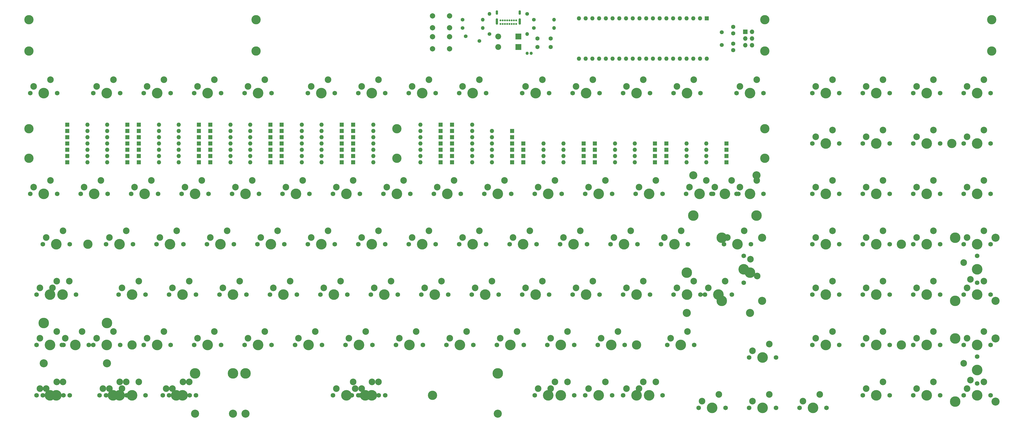
<source format=gbr>
%TF.GenerationSoftware,KiCad,Pcbnew,(6.0.0)*%
%TF.CreationDate,2022-04-22T09:20:41+02:00*%
%TF.ProjectId,pcb,7063622e-6b69-4636-9164-5f7063625858,rev?*%
%TF.SameCoordinates,Original*%
%TF.FileFunction,Soldermask,Bot*%
%TF.FilePolarity,Negative*%
%FSLAX46Y46*%
G04 Gerber Fmt 4.6, Leading zero omitted, Abs format (unit mm)*
G04 Created by KiCad (PCBNEW (6.0.0)) date 2022-04-22 09:20:41*
%MOMM*%
%LPD*%
G01*
G04 APERTURE LIST*
%ADD10R,1.600000X1.600000*%
%ADD11O,1.600000X1.600000*%
%ADD12C,1.750000*%
%ADD13C,4.000000*%
%ADD14C,2.500000*%
%ADD15C,3.500001*%
%ADD16C,1.400000*%
%ADD17O,1.400000X1.400000*%
%ADD18C,3.987800*%
%ADD19C,3.048000*%
%ADD20C,1.500000*%
%ADD21C,2.000000*%
%ADD22R,1.700000X1.700000*%
%ADD23O,1.700000X1.700000*%
%ADD24C,1.600000*%
%ADD25R,2.200000X2.200000*%
%ADD26O,2.200000X2.200000*%
%ADD27C,0.700000*%
%ADD28O,0.900000X1.700000*%
%ADD29O,0.900000X2.400000*%
%ADD30C,1.200000*%
G04 APERTURE END LIST*
D10*
%TO.C,D104*%
X289560000Y-182562500D03*
D11*
X281940000Y-182562500D03*
%TD*%
D12*
%TO.C,SW22*%
X460057500Y-177800000D03*
D13*
X465137500Y-177800000D03*
D12*
X470217500Y-177800000D03*
D14*
X461327500Y-175260000D03*
X467677500Y-172720000D03*
%TD*%
D15*
%TO.C,MH2*%
X259556250Y-273050000D03*
%TD*%
D12*
%TO.C,SW106*%
X308292500Y-273050000D03*
X298132500Y-273050000D03*
D13*
X303212500Y-273050000D03*
D14*
X299402500Y-270510000D03*
X305752500Y-267970000D03*
%TD*%
D13*
%TO.C,SW122*%
X236537500Y-273050000D03*
D12*
X231457500Y-273050000D03*
X241617500Y-273050000D03*
D14*
X232727500Y-270510000D03*
X239077500Y-267970000D03*
%TD*%
D10*
%TO.C,D14*%
X121602500Y-184943750D03*
D11*
X129222500Y-184943750D03*
%TD*%
D10*
%TO.C,D79*%
X262572500Y-182562500D03*
D11*
X254952500Y-182562500D03*
%TD*%
D10*
%TO.C,D75*%
X347821250Y-180181250D03*
D11*
X355441250Y-180181250D03*
%TD*%
D10*
%TO.C,D62*%
X225266250Y-182562500D03*
D11*
X217646250Y-182562500D03*
%TD*%
D12*
%TO.C,SW48*%
X212407500Y-215900000D03*
X222567500Y-215900000D03*
D13*
X217487500Y-215900000D03*
D14*
X213677500Y-213360000D03*
X220027500Y-210820000D03*
%TD*%
D15*
%TO.C,MH2*%
X246062500Y-183356250D03*
%TD*%
D10*
%TO.C,D30*%
X148590000Y-175418750D03*
D11*
X156210000Y-175418750D03*
%TD*%
D10*
%TO.C,D22*%
X316547500Y-184943750D03*
D11*
X308927500Y-184943750D03*
%TD*%
D15*
%TO.C,MH2*%
X470693750Y-142875000D03*
%TD*%
D10*
%TO.C,D31*%
X171291250Y-175418750D03*
D11*
X163671250Y-175418750D03*
%TD*%
D15*
%TO.C,MH2*%
X107156250Y-183356250D03*
%TD*%
D12*
%TO.C,SW82*%
X119538750Y-254000000D03*
D13*
X124618750Y-254000000D03*
D12*
X129698750Y-254000000D03*
D14*
X120808750Y-251460000D03*
X127158750Y-248920000D03*
%TD*%
D12*
%TO.C,SW47*%
X203517500Y-215900000D03*
X193357500Y-215900000D03*
D13*
X198437500Y-215900000D03*
D14*
X194627500Y-213360000D03*
X200977500Y-210820000D03*
%TD*%
D16*
%TO.C,R5*%
X297815000Y-130968750D03*
D17*
X305435000Y-130968750D03*
%TD*%
D12*
%TO.C,SW49*%
X241617500Y-215900000D03*
X231457500Y-215900000D03*
D13*
X236537500Y-215900000D03*
D14*
X232727500Y-213360000D03*
X239077500Y-210820000D03*
%TD*%
D18*
%TO.C,REF\u002A\u002A*%
X456882500Y-237363000D03*
D19*
X472122500Y-237363000D03*
X472122500Y-213487000D03*
D18*
X456882500Y-213487000D03*
%TD*%
D15*
%TO.C,MH2*%
X384968750Y-172243750D03*
%TD*%
D10*
%TO.C,D102*%
X289560000Y-180181250D03*
D11*
X281940000Y-180181250D03*
%TD*%
D13*
%TO.C,SW108*%
X341312500Y-273050000D03*
D12*
X336232500Y-273050000D03*
X346392500Y-273050000D03*
D14*
X337502500Y-270510000D03*
X343852500Y-267970000D03*
%TD*%
D12*
%TO.C,SW7*%
X241617500Y-158750000D03*
D13*
X236537500Y-158750000D03*
D12*
X231457500Y-158750000D03*
D14*
X232727500Y-156210000D03*
X239077500Y-153670000D03*
%TD*%
D12*
%TO.C,SW102*%
X120173750Y-273050000D03*
D13*
X115093750Y-273050000D03*
D12*
X110013750Y-273050000D03*
D14*
X111283750Y-270510000D03*
X117633750Y-267970000D03*
%TD*%
D10*
%TO.C,D72*%
X225266250Y-170656250D03*
D11*
X217646250Y-170656250D03*
%TD*%
D10*
%TO.C,D27*%
X171291250Y-180181250D03*
D11*
X163671250Y-180181250D03*
%TD*%
D10*
%TO.C,D1*%
X144303750Y-170656250D03*
D11*
X136683750Y-170656250D03*
%TD*%
D12*
%TO.C,SW58*%
X432117500Y-215900000D03*
X421957500Y-215900000D03*
D13*
X427037500Y-215900000D03*
D14*
X423227500Y-213360000D03*
X429577500Y-210820000D03*
%TD*%
D10*
%TO.C,D84*%
X229552500Y-184943750D03*
D11*
X237172500Y-184943750D03*
%TD*%
D13*
%TO.C,SW113*%
X446087500Y-273050000D03*
D12*
X451167500Y-273050000D03*
X441007500Y-273050000D03*
D14*
X442277500Y-270510000D03*
X448627500Y-267970000D03*
%TD*%
D18*
%TO.C,REF\u002A\u002A*%
X284162500Y-264795000D03*
D19*
X188912500Y-280035000D03*
X284162500Y-280035000D03*
D18*
X188912500Y-264795000D03*
%TD*%
D10*
%TO.C,D107*%
X289560000Y-173037500D03*
D11*
X281940000Y-173037500D03*
%TD*%
D12*
%TO.C,SW61*%
X465137500Y-230505000D03*
X465137500Y-220345000D03*
D13*
X465137500Y-225425000D03*
D14*
X462597500Y-229235000D03*
X460057500Y-222885000D03*
%TD*%
D13*
%TO.C,SW5*%
X193675000Y-158750000D03*
D12*
X198755000Y-158750000D03*
X188595000Y-158750000D03*
D14*
X189865000Y-156210000D03*
X196215000Y-153670000D03*
%TD*%
D10*
%TO.C,D3*%
X144303750Y-184943750D03*
D11*
X136683750Y-184943750D03*
%TD*%
D12*
%TO.C,SW111*%
X398145000Y-277812500D03*
X408305000Y-277812500D03*
D13*
X403225000Y-277812500D03*
D14*
X399415000Y-275272500D03*
X405765000Y-272732500D03*
%TD*%
D18*
%TO.C,REF\u002A\u002A*%
X184156250Y-264795000D03*
D19*
X284156250Y-280035000D03*
X184156250Y-280035000D03*
D18*
X284156250Y-264795000D03*
%TD*%
D10*
%TO.C,D32*%
X148590000Y-177800000D03*
D11*
X156210000Y-177800000D03*
%TD*%
D12*
%TO.C,SW38*%
X374332500Y-196850000D03*
X384492500Y-196850000D03*
D13*
X379412500Y-196850000D03*
D14*
X375602500Y-194310000D03*
X381952500Y-191770000D03*
%TD*%
D12*
%TO.C,SW87*%
X207645000Y-254000000D03*
D13*
X212725000Y-254000000D03*
D12*
X217805000Y-254000000D03*
D14*
X208915000Y-251460000D03*
X215265000Y-248920000D03*
%TD*%
D12*
%TO.C,SW78*%
X451167500Y-234950000D03*
X441007500Y-234950000D03*
D13*
X446087500Y-234950000D03*
D14*
X442277500Y-232410000D03*
X448627500Y-229870000D03*
%TD*%
D12*
%TO.C,SW97*%
X432117500Y-254000000D03*
X421957500Y-254000000D03*
D13*
X427037500Y-254000000D03*
D14*
X423227500Y-251460000D03*
X429577500Y-248920000D03*
%TD*%
D16*
%TO.C,R3*%
X280987500Y-136366250D03*
D17*
X280987500Y-128746250D03*
%TD*%
D15*
%TO.C,MH2*%
X107156250Y-130968750D03*
%TD*%
D10*
%TO.C,D57*%
X343535000Y-180181250D03*
D11*
X335915000Y-180181250D03*
%TD*%
D10*
%TO.C,D103*%
X266858750Y-177800000D03*
D11*
X274478750Y-177800000D03*
%TD*%
D20*
%TO.C,Y1*%
X368756250Y-140562500D03*
X368756250Y-135682500D03*
%TD*%
D12*
%TO.C,SW32*%
X260032500Y-196850000D03*
X270192500Y-196850000D03*
D13*
X265112500Y-196850000D03*
D14*
X261302500Y-194310000D03*
X267652500Y-191770000D03*
%TD*%
D12*
%TO.C,SW86*%
X198755000Y-254000000D03*
X188595000Y-254000000D03*
D13*
X193675000Y-254000000D03*
D14*
X189865000Y-251460000D03*
X196215000Y-248920000D03*
%TD*%
D10*
%TO.C,D91*%
X370522500Y-177800000D03*
D11*
X362902500Y-177800000D03*
%TD*%
D13*
%TO.C,SW34*%
X303212500Y-196850000D03*
D12*
X298132500Y-196850000D03*
X308292500Y-196850000D03*
D14*
X299402500Y-194310000D03*
X305752500Y-191770000D03*
%TD*%
D12*
%TO.C,SW52*%
X288607500Y-215900000D03*
D13*
X293687500Y-215900000D03*
D12*
X298767500Y-215900000D03*
D14*
X289877500Y-213360000D03*
X296227500Y-210820000D03*
%TD*%
D13*
%TO.C,SW54*%
X331787500Y-215900000D03*
D12*
X326707500Y-215900000D03*
X336867500Y-215900000D03*
D14*
X327977500Y-213360000D03*
X334327500Y-210820000D03*
%TD*%
D10*
%TO.C,D82*%
X229552500Y-182562500D03*
D11*
X237172500Y-182562500D03*
%TD*%
D12*
%TO.C,SW20*%
X421957500Y-177800000D03*
D13*
X427037500Y-177800000D03*
D12*
X432117500Y-177800000D03*
D14*
X423227500Y-175260000D03*
X429577500Y-172720000D03*
%TD*%
D12*
%TO.C,SW15*%
X413067500Y-158750000D03*
X402907500Y-158750000D03*
D13*
X407987500Y-158750000D03*
D14*
X404177500Y-156210000D03*
X410527500Y-153670000D03*
%TD*%
D10*
%TO.C,D12*%
X121602500Y-182562500D03*
D11*
X129222500Y-182562500D03*
%TD*%
D13*
%TO.C,SW37*%
X369887500Y-196850000D03*
D12*
X364807500Y-196850000D03*
X374967500Y-196850000D03*
D14*
X366077500Y-194310000D03*
X372427500Y-191770000D03*
%TD*%
D10*
%TO.C,D93*%
X370522500Y-182562500D03*
D11*
X362902500Y-182562500D03*
%TD*%
D21*
%TO.C,SW124*%
X265981250Y-134012500D03*
X259481250Y-134012500D03*
X265981250Y-129512500D03*
X259481250Y-129512500D03*
%TD*%
D12*
%TO.C,SW3*%
X160655000Y-158750000D03*
D13*
X155575000Y-158750000D03*
D12*
X150495000Y-158750000D03*
D14*
X151765000Y-156210000D03*
X158115000Y-153670000D03*
%TD*%
D10*
%TO.C,D63*%
X202565000Y-182562500D03*
D11*
X210185000Y-182562500D03*
%TD*%
D10*
%TO.C,D86*%
X229552500Y-173037500D03*
D11*
X237172500Y-173037500D03*
%TD*%
D13*
%TO.C,SW30*%
X227012500Y-196850000D03*
D12*
X221932500Y-196850000D03*
X232092500Y-196850000D03*
D14*
X223202500Y-194310000D03*
X229552500Y-191770000D03*
%TD*%
D10*
%TO.C,D36*%
X148590000Y-182562500D03*
D11*
X156210000Y-182562500D03*
%TD*%
D13*
%TO.C,SW31*%
X246062500Y-196850000D03*
D12*
X251142500Y-196850000D03*
X240982500Y-196850000D03*
D14*
X242252500Y-194310000D03*
X248602500Y-191770000D03*
%TD*%
D10*
%TO.C,D8*%
X121602500Y-177800000D03*
D11*
X129222500Y-177800000D03*
%TD*%
D12*
%TO.C,SW69*%
X236220000Y-234950000D03*
D13*
X241300000Y-234950000D03*
D12*
X246380000Y-234950000D03*
D14*
X237490000Y-232410000D03*
X243840000Y-229870000D03*
%TD*%
D10*
%TO.C,D21*%
X316547500Y-182562500D03*
D11*
X308927500Y-182562500D03*
%TD*%
D10*
%TO.C,D80*%
X229552500Y-180181250D03*
D11*
X237172500Y-180181250D03*
%TD*%
D10*
%TO.C,D78*%
X229552500Y-177800000D03*
D11*
X237172500Y-177800000D03*
%TD*%
D13*
%TO.C,SW94*%
X353218750Y-254000000D03*
D12*
X348138750Y-254000000D03*
X358298750Y-254000000D03*
D14*
X349408750Y-251460000D03*
X355758750Y-248920000D03*
%TD*%
D12*
%TO.C,SW11*%
X322580000Y-158750000D03*
D13*
X317500000Y-158750000D03*
D12*
X312420000Y-158750000D03*
D14*
X313690000Y-156210000D03*
X320040000Y-153670000D03*
%TD*%
D13*
%TO.C,SW107*%
X322262500Y-273050000D03*
D12*
X327342500Y-273050000D03*
X317182500Y-273050000D03*
D14*
X318452500Y-270510000D03*
X324802500Y-267970000D03*
%TD*%
D10*
%TO.C,D96*%
X289560000Y-184943750D03*
D11*
X281940000Y-184943750D03*
%TD*%
D13*
%TO.C,SW116*%
X141287500Y-273050000D03*
D12*
X136207500Y-273050000D03*
X146367500Y-273050000D03*
D14*
X137477500Y-270510000D03*
X143827500Y-267970000D03*
%TD*%
D12*
%TO.C,SW95*%
X389255000Y-258762500D03*
D13*
X384175000Y-258762500D03*
D12*
X379095000Y-258762500D03*
D14*
X380365000Y-256222500D03*
X386715000Y-253682500D03*
%TD*%
D13*
%TO.C,SW51*%
X274637500Y-215900000D03*
D12*
X279717500Y-215900000D03*
X269557500Y-215900000D03*
D14*
X270827500Y-213360000D03*
X277177500Y-210820000D03*
%TD*%
D13*
%TO.C,SW45*%
X160337500Y-215900000D03*
D12*
X165417500Y-215900000D03*
X155257500Y-215900000D03*
D14*
X156527500Y-213360000D03*
X162877500Y-210820000D03*
%TD*%
D15*
%TO.C,MH2*%
X192881250Y-130968750D03*
%TD*%
D10*
%TO.C,D73*%
X347821250Y-184943750D03*
D11*
X355441250Y-184943750D03*
%TD*%
D15*
%TO.C,MH2*%
X436562500Y-215900000D03*
%TD*%
D13*
%TO.C,SW14*%
X379412500Y-158750000D03*
D12*
X384492500Y-158750000D03*
X374332500Y-158750000D03*
D14*
X375602500Y-156210000D03*
X381952500Y-153670000D03*
%TD*%
D10*
%TO.C,D88*%
X229552500Y-175418750D03*
D11*
X237172500Y-175418750D03*
%TD*%
D12*
%TO.C,SW35*%
X317182500Y-196850000D03*
X327342500Y-196850000D03*
D13*
X322262500Y-196850000D03*
D14*
X318452500Y-194310000D03*
X324802500Y-191770000D03*
%TD*%
D13*
%TO.C,SW41*%
X446087500Y-196850000D03*
D12*
X441007500Y-196850000D03*
X451167500Y-196850000D03*
D14*
X442277500Y-194310000D03*
X448627500Y-191770000D03*
%TD*%
D10*
%TO.C,D50*%
X198278750Y-175418750D03*
D11*
X190658750Y-175418750D03*
%TD*%
D13*
%TO.C,SW39*%
X407987500Y-196850000D03*
D12*
X402907500Y-196850000D03*
X413067500Y-196850000D03*
D14*
X404177500Y-194310000D03*
X410527500Y-191770000D03*
%TD*%
D22*
%TO.C,J2*%
X377656250Y-135587500D03*
D23*
X380196250Y-135587500D03*
X377656250Y-138127500D03*
X380196250Y-138127500D03*
X377656250Y-140667500D03*
X380196250Y-140667500D03*
%TD*%
D12*
%TO.C,SW85*%
X169545000Y-254000000D03*
D13*
X174625000Y-254000000D03*
D12*
X179705000Y-254000000D03*
D14*
X170815000Y-251460000D03*
X177165000Y-248920000D03*
%TD*%
D10*
%TO.C,D83*%
X262572500Y-177800000D03*
D11*
X254952500Y-177800000D03*
%TD*%
D13*
%TO.C,SW21*%
X446087500Y-177800000D03*
D12*
X451167500Y-177800000D03*
X441007500Y-177800000D03*
D14*
X442277500Y-175260000D03*
X448627500Y-172720000D03*
%TD*%
D10*
%TO.C,D9*%
X144303750Y-177800000D03*
D11*
X136683750Y-177800000D03*
%TD*%
D13*
%TO.C,SW93*%
X327025000Y-254000000D03*
D12*
X321945000Y-254000000D03*
X332105000Y-254000000D03*
D14*
X323215000Y-251460000D03*
X329565000Y-248920000D03*
%TD*%
D12*
%TO.C,SW71*%
X274320000Y-234950000D03*
D13*
X279400000Y-234950000D03*
D12*
X284480000Y-234950000D03*
D14*
X275590000Y-232410000D03*
X281940000Y-229870000D03*
%TD*%
D10*
%TO.C,D47*%
X175577500Y-170656250D03*
D11*
X183197500Y-170656250D03*
%TD*%
D12*
%TO.C,SW121*%
X140970000Y-273050000D03*
X151130000Y-273050000D03*
D13*
X146050000Y-273050000D03*
D14*
X142240000Y-270510000D03*
X148590000Y-267970000D03*
%TD*%
D12*
%TO.C,SW6*%
X222567500Y-158750000D03*
D13*
X217487500Y-158750000D03*
D12*
X212407500Y-158750000D03*
D14*
X213677500Y-156210000D03*
X220027500Y-153670000D03*
%TD*%
D12*
%TO.C,SW33*%
X289242500Y-196850000D03*
D13*
X284162500Y-196850000D03*
D12*
X279082500Y-196850000D03*
D14*
X280352500Y-194310000D03*
X286702500Y-191770000D03*
%TD*%
D24*
%TO.C,C4*%
X373062500Y-142537500D03*
X373062500Y-140037500D03*
%TD*%
D10*
%TO.C,U1*%
X363056250Y-130487500D03*
D11*
X360516250Y-130487500D03*
X357976250Y-130487500D03*
X355436250Y-130487500D03*
X352896250Y-130487500D03*
X350356250Y-130487500D03*
X347816250Y-130487500D03*
X345276250Y-130487500D03*
X342736250Y-130487500D03*
X340196250Y-130487500D03*
X337656250Y-130487500D03*
X335116250Y-130487500D03*
X332576250Y-130487500D03*
X330036250Y-130487500D03*
X327496250Y-130487500D03*
X324956250Y-130487500D03*
X322416250Y-130487500D03*
X319876250Y-130487500D03*
X317336250Y-130487500D03*
X314796250Y-130487500D03*
X314796250Y-145727500D03*
X317336250Y-145727500D03*
X319876250Y-145727500D03*
X322416250Y-145727500D03*
X324956250Y-145727500D03*
X327496250Y-145727500D03*
X330036250Y-145727500D03*
X332576250Y-145727500D03*
X335116250Y-145727500D03*
X337656250Y-145727500D03*
X340196250Y-145727500D03*
X342736250Y-145727500D03*
X345276250Y-145727500D03*
X347816250Y-145727500D03*
X350356250Y-145727500D03*
X352896250Y-145727500D03*
X355436250Y-145727500D03*
X357976250Y-145727500D03*
X360516250Y-145727500D03*
X363056250Y-145727500D03*
%TD*%
D13*
%TO.C,SW88*%
X231775000Y-254000000D03*
D12*
X236855000Y-254000000D03*
X226695000Y-254000000D03*
D14*
X227965000Y-251460000D03*
X234315000Y-248920000D03*
%TD*%
D10*
%TO.C,D74*%
X347821250Y-182562500D03*
D11*
X355441250Y-182562500D03*
%TD*%
D10*
%TO.C,D4*%
X121602500Y-173037500D03*
D11*
X129222500Y-173037500D03*
%TD*%
D12*
%TO.C,SW120*%
X341630000Y-273050000D03*
X331470000Y-273050000D03*
D13*
X336550000Y-273050000D03*
D14*
X332740000Y-270510000D03*
X339090000Y-267970000D03*
%TD*%
D13*
%TO.C,SW105*%
X234156250Y-273050000D03*
D12*
X229076250Y-273050000D03*
X239236250Y-273050000D03*
D14*
X230346250Y-270510000D03*
X236696250Y-267970000D03*
%TD*%
D12*
%TO.C,SW64*%
X151130000Y-234950000D03*
D13*
X146050000Y-234950000D03*
D12*
X140970000Y-234950000D03*
D14*
X142240000Y-232410000D03*
X148590000Y-229870000D03*
%TD*%
D13*
%TO.C,SW70*%
X260350000Y-234950000D03*
D12*
X265430000Y-234950000D03*
X255270000Y-234950000D03*
D14*
X256540000Y-232410000D03*
X262890000Y-229870000D03*
%TD*%
D10*
%TO.C,D100*%
X289560000Y-177800000D03*
D11*
X281940000Y-177800000D03*
%TD*%
D10*
%TO.C,D65*%
X202565000Y-184943750D03*
D11*
X210185000Y-184943750D03*
%TD*%
D12*
%TO.C,SW59*%
X441007500Y-215900000D03*
D13*
X446087500Y-215900000D03*
D12*
X451167500Y-215900000D03*
D14*
X442277500Y-213360000D03*
X448627500Y-210820000D03*
%TD*%
D12*
%TO.C,SW8*%
X260667500Y-158750000D03*
X250507500Y-158750000D03*
D13*
X255587500Y-158750000D03*
D14*
X251777500Y-156210000D03*
X258127500Y-153670000D03*
%TD*%
D15*
%TO.C,MH2*%
X146050000Y-254000000D03*
%TD*%
D12*
%TO.C,SW68*%
X227330000Y-234950000D03*
X217170000Y-234950000D03*
D13*
X222250000Y-234950000D03*
D14*
X218440000Y-232410000D03*
X224790000Y-229870000D03*
%TD*%
D10*
%TO.C,D70*%
X225266250Y-173037500D03*
D11*
X217646250Y-173037500D03*
%TD*%
D12*
%TO.C,SW73*%
X322580000Y-234950000D03*
X312420000Y-234950000D03*
D13*
X317500000Y-234950000D03*
D14*
X313690000Y-232410000D03*
X320040000Y-229870000D03*
%TD*%
D25*
%TO.C,D109*%
X291941250Y-137318750D03*
D26*
X284321250Y-137318750D03*
%TD*%
D12*
%TO.C,SW110*%
X379095000Y-277812500D03*
X389255000Y-277812500D03*
D13*
X384175000Y-277812500D03*
D14*
X380365000Y-275272500D03*
X386715000Y-272732500D03*
%TD*%
D16*
%TO.C,R4*%
X297815000Y-134143750D03*
D17*
X305435000Y-134143750D03*
%TD*%
D10*
%TO.C,D28*%
X148590000Y-173037500D03*
D11*
X156210000Y-173037500D03*
%TD*%
D12*
%TO.C,SW119*%
X302895000Y-273050000D03*
D13*
X307975000Y-273050000D03*
D12*
X313055000Y-273050000D03*
D14*
X304165000Y-270510000D03*
X310515000Y-267970000D03*
%TD*%
D12*
%TO.C,SW66*%
X179070000Y-234950000D03*
X189230000Y-234950000D03*
D13*
X184150000Y-234950000D03*
D14*
X180340000Y-232410000D03*
X186690000Y-229870000D03*
%TD*%
D10*
%TO.C,D71*%
X202565000Y-177800000D03*
D11*
X210185000Y-177800000D03*
%TD*%
D12*
%TO.C,SW53*%
X317817500Y-215900000D03*
D13*
X312737500Y-215900000D03*
D12*
X307657500Y-215900000D03*
D14*
X308927500Y-213360000D03*
X315277500Y-210820000D03*
%TD*%
D13*
%TO.C,SW80*%
X115093750Y-234950000D03*
D12*
X110013750Y-234950000D03*
X120173750Y-234950000D03*
D14*
X111283750Y-232410000D03*
X117633750Y-229870000D03*
%TD*%
D24*
%TO.C,C3*%
X299125000Y-138112500D03*
X304125000Y-138112500D03*
%TD*%
D13*
%TO.C,SW42*%
X465137500Y-196850000D03*
D12*
X460057500Y-196850000D03*
X470217500Y-196850000D03*
D14*
X461327500Y-194310000D03*
X467677500Y-191770000D03*
%TD*%
D10*
%TO.C,D77*%
X262572500Y-184943750D03*
D11*
X254952500Y-184943750D03*
%TD*%
D18*
%TO.C,REF\u002A\u002A*%
X456882500Y-275463000D03*
D19*
X472122500Y-275463000D03*
X472122500Y-251587000D03*
D18*
X456882500Y-251587000D03*
%TD*%
D12*
%TO.C,SW18*%
X460057500Y-158750000D03*
D13*
X465137500Y-158750000D03*
D12*
X470217500Y-158750000D03*
D14*
X461327500Y-156210000D03*
X467677500Y-153670000D03*
%TD*%
D10*
%TO.C,D40*%
X320833750Y-180181250D03*
D11*
X328453750Y-180181250D03*
%TD*%
D12*
%TO.C,SW98*%
X451167500Y-254000000D03*
D13*
X446087500Y-254000000D03*
D12*
X441007500Y-254000000D03*
D14*
X442277500Y-251460000D03*
X448627500Y-248920000D03*
%TD*%
D27*
%TO.C,J1*%
X291106250Y-132612500D03*
X290256250Y-132612500D03*
X289406250Y-132612500D03*
X288556250Y-132612500D03*
X287706250Y-132612500D03*
X286856250Y-132612500D03*
X286006250Y-132612500D03*
X285156250Y-132612500D03*
X285156250Y-131262500D03*
X286006250Y-131262500D03*
X286856250Y-131262500D03*
X287706250Y-131262500D03*
X288556250Y-131262500D03*
X289406250Y-131262500D03*
X290256250Y-131262500D03*
X291106250Y-131262500D03*
D28*
X283806250Y-128252500D03*
D29*
X283806250Y-131632500D03*
X292456250Y-131632500D03*
D28*
X292456250Y-128252500D03*
%TD*%
D13*
%TO.C,SW77*%
X427037500Y-234950000D03*
D12*
X432117500Y-234950000D03*
X421957500Y-234950000D03*
D14*
X423227500Y-232410000D03*
X429577500Y-229870000D03*
%TD*%
D12*
%TO.C,SW76*%
X413067500Y-234950000D03*
X402907500Y-234950000D03*
D13*
X407987500Y-234950000D03*
D14*
X404177500Y-232410000D03*
X410527500Y-229870000D03*
%TD*%
D10*
%TO.C,D5*%
X144303750Y-182562500D03*
D11*
X136683750Y-182562500D03*
%TD*%
D12*
%TO.C,SW81*%
X360680000Y-234950000D03*
X350520000Y-234950000D03*
D13*
X355600000Y-234950000D03*
D14*
X351790000Y-232410000D03*
X358140000Y-229870000D03*
%TD*%
D15*
%TO.C,MH2*%
X384968750Y-183356250D03*
%TD*%
D12*
%TO.C,SW103*%
X143986250Y-273050000D03*
X133826250Y-273050000D03*
D13*
X138906250Y-273050000D03*
D14*
X135096250Y-270510000D03*
X141446250Y-267970000D03*
%TD*%
D10*
%TO.C,D48*%
X198278750Y-177800000D03*
D11*
X190658750Y-177800000D03*
%TD*%
D15*
%TO.C,MH2*%
X107156250Y-172243750D03*
%TD*%
D12*
%TO.C,SW27*%
X174942500Y-196850000D03*
D13*
X169862500Y-196850000D03*
D12*
X164782500Y-196850000D03*
D14*
X166052500Y-194310000D03*
X172402500Y-191770000D03*
%TD*%
D12*
%TO.C,SW13*%
X360680000Y-158750000D03*
X350520000Y-158750000D03*
D13*
X355600000Y-158750000D03*
D14*
X351790000Y-156210000D03*
X358140000Y-153670000D03*
%TD*%
D12*
%TO.C,SW60*%
X460057500Y-215900000D03*
X470217500Y-215900000D03*
D13*
X465137500Y-215900000D03*
D14*
X461327500Y-213360000D03*
X467677500Y-210820000D03*
%TD*%
D10*
%TO.C,D6*%
X121602500Y-175418750D03*
D11*
X129222500Y-175418750D03*
%TD*%
D10*
%TO.C,D25*%
X171291250Y-182562500D03*
D11*
X163671250Y-182562500D03*
%TD*%
D10*
%TO.C,D26*%
X148590000Y-170656250D03*
D11*
X156210000Y-170656250D03*
%TD*%
D13*
%TO.C,SW79*%
X465137500Y-234950000D03*
D12*
X470217500Y-234950000D03*
X460057500Y-234950000D03*
D14*
X461327500Y-232410000D03*
X467677500Y-229870000D03*
%TD*%
D12*
%TO.C,SW40*%
X432117500Y-196850000D03*
D13*
X427037500Y-196850000D03*
D12*
X421957500Y-196850000D03*
D14*
X423227500Y-194310000D03*
X429577500Y-191770000D03*
%TD*%
D10*
%TO.C,D56*%
X343535000Y-177800000D03*
D11*
X335915000Y-177800000D03*
%TD*%
D12*
%TO.C,SW92*%
X302895000Y-254000000D03*
X313055000Y-254000000D03*
D13*
X307975000Y-254000000D03*
D14*
X304165000Y-251460000D03*
X310515000Y-248920000D03*
%TD*%
D12*
%TO.C,SW83*%
X131445000Y-254000000D03*
X141605000Y-254000000D03*
D13*
X136525000Y-254000000D03*
D14*
X132715000Y-251460000D03*
X139065000Y-248920000D03*
%TD*%
D12*
%TO.C,SW36*%
X346392500Y-196850000D03*
D13*
X341312500Y-196850000D03*
D12*
X336232500Y-196850000D03*
D14*
X337502500Y-194310000D03*
X343852500Y-191770000D03*
%TD*%
D12*
%TO.C,SW1*%
X107632500Y-158750000D03*
X117792500Y-158750000D03*
D13*
X112712500Y-158750000D03*
D14*
X108902500Y-156210000D03*
X115252500Y-153670000D03*
%TD*%
D12*
%TO.C,SW10*%
X293370000Y-158750000D03*
D13*
X298450000Y-158750000D03*
D12*
X303530000Y-158750000D03*
D14*
X294640000Y-156210000D03*
X300990000Y-153670000D03*
%TD*%
D16*
%TO.C,R1*%
X295275000Y-128746250D03*
D17*
X295275000Y-136366250D03*
%TD*%
D10*
%TO.C,D87*%
X262572500Y-173037500D03*
D11*
X254952500Y-173037500D03*
%TD*%
D16*
%TO.C,R6*%
X270827500Y-130968750D03*
D17*
X278447500Y-130968750D03*
%TD*%
D10*
%TO.C,D11*%
X144303750Y-175418750D03*
D11*
X136683750Y-175418750D03*
%TD*%
D12*
%TO.C,SW2*%
X141605000Y-158750000D03*
X131445000Y-158750000D03*
D13*
X136525000Y-158750000D03*
D14*
X132715000Y-156210000D03*
X139065000Y-153670000D03*
%TD*%
D10*
%TO.C,D29*%
X171291250Y-177800000D03*
D11*
X163671250Y-177800000D03*
%TD*%
D21*
%TO.C,SW123*%
X259481250Y-141950000D03*
X265981250Y-141950000D03*
X259481250Y-137450000D03*
X265981250Y-137450000D03*
%TD*%
D10*
%TO.C,D92*%
X370522500Y-180181250D03*
D11*
X362902500Y-180181250D03*
%TD*%
D12*
%TO.C,SW74*%
X331470000Y-234950000D03*
X341630000Y-234950000D03*
D13*
X336550000Y-234950000D03*
D14*
X332740000Y-232410000D03*
X339090000Y-229870000D03*
%TD*%
D10*
%TO.C,D33*%
X171291250Y-173037500D03*
D11*
X163671250Y-173037500D03*
%TD*%
D10*
%TO.C,D81*%
X262572500Y-180181250D03*
D11*
X254952500Y-180181250D03*
%TD*%
D10*
%TO.C,D46*%
X198278750Y-180181250D03*
D11*
X190658750Y-180181250D03*
%TD*%
D13*
%TO.C,SW62*%
X377031250Y-225425000D03*
D12*
X377031250Y-220345000D03*
X377031250Y-230505000D03*
D14*
X379571250Y-221615000D03*
X382111250Y-227965000D03*
%TD*%
D12*
%TO.C,SW28*%
X183832500Y-196850000D03*
D13*
X188912500Y-196850000D03*
D12*
X193992500Y-196850000D03*
D14*
X185102500Y-194310000D03*
X191452500Y-191770000D03*
%TD*%
D15*
%TO.C,MH2*%
X470693750Y-130968750D03*
%TD*%
D10*
%TO.C,D97*%
X266858750Y-182562500D03*
D11*
X274478750Y-182562500D03*
%TD*%
D12*
%TO.C,SW115*%
X122555000Y-273050000D03*
X112395000Y-273050000D03*
D13*
X117475000Y-273050000D03*
D14*
X113665000Y-270510000D03*
X120015000Y-267970000D03*
%TD*%
D12*
%TO.C,SW12*%
X331470000Y-158750000D03*
D13*
X336550000Y-158750000D03*
D12*
X341630000Y-158750000D03*
D14*
X332740000Y-156210000D03*
X339090000Y-153670000D03*
%TD*%
D12*
%TO.C,SW104*%
X157638750Y-273050000D03*
X167798750Y-273050000D03*
D13*
X162718750Y-273050000D03*
D14*
X158908750Y-270510000D03*
X165258750Y-267970000D03*
%TD*%
D16*
%TO.C,F1*%
X277187500Y-139012500D03*
X272087500Y-137212500D03*
%TD*%
D24*
%TO.C,C2*%
X299125000Y-141287500D03*
X304125000Y-141287500D03*
%TD*%
D10*
%TO.C,D17*%
X293846250Y-182562500D03*
D11*
X301466250Y-182562500D03*
%TD*%
D18*
%TO.C,REF\u002A\u002A*%
X112680750Y-245745000D03*
D19*
X112680750Y-260985000D03*
X136556750Y-260985000D03*
D18*
X136556750Y-245745000D03*
%TD*%
D12*
%TO.C,SW43*%
X112395000Y-215900000D03*
D13*
X117475000Y-215900000D03*
D12*
X122555000Y-215900000D03*
D14*
X113665000Y-213360000D03*
X120015000Y-210820000D03*
%TD*%
D12*
%TO.C,SW101*%
X465137500Y-268605000D03*
X465137500Y-258445000D03*
D13*
X465137500Y-263525000D03*
D14*
X462597500Y-267335000D03*
X460057500Y-260985000D03*
%TD*%
D10*
%TO.C,D98*%
X266858750Y-180181250D03*
D11*
X274478750Y-180181250D03*
%TD*%
D10*
%TO.C,D15*%
X293846250Y-177800000D03*
D11*
X301466250Y-177800000D03*
%TD*%
D13*
%TO.C,SW44*%
X141287500Y-215900000D03*
D12*
X136207500Y-215900000D03*
X146367500Y-215900000D03*
D14*
X137477500Y-213360000D03*
X143827500Y-210820000D03*
%TD*%
D12*
%TO.C,SW24*%
X107632500Y-196850000D03*
X117792500Y-196850000D03*
D13*
X112712500Y-196850000D03*
D14*
X108902500Y-194310000D03*
X115252500Y-191770000D03*
%TD*%
D13*
%TO.C,SW117*%
X165100000Y-273050000D03*
D12*
X160020000Y-273050000D03*
X170180000Y-273050000D03*
D14*
X161290000Y-270510000D03*
X167640000Y-267970000D03*
%TD*%
D15*
%TO.C,MH2*%
X384968750Y-130968750D03*
%TD*%
%TO.C,MH2*%
X384968750Y-142875000D03*
%TD*%
D10*
%TO.C,D54*%
X198278750Y-170656250D03*
D11*
X190658750Y-170656250D03*
%TD*%
D12*
%TO.C,SW89*%
X245745000Y-254000000D03*
X255905000Y-254000000D03*
D13*
X250825000Y-254000000D03*
D14*
X247015000Y-251460000D03*
X253365000Y-248920000D03*
%TD*%
D13*
%TO.C,SW67*%
X203200000Y-234950000D03*
D12*
X208280000Y-234950000D03*
X198120000Y-234950000D03*
D14*
X199390000Y-232410000D03*
X205740000Y-229870000D03*
%TD*%
D18*
%TO.C,REF\u002A\u002A*%
X368776250Y-237363000D03*
D19*
X384016250Y-237363000D03*
X384016250Y-213487000D03*
D18*
X368776250Y-213487000D03*
%TD*%
D19*
%TO.C,REF\u002A\u002A*%
X169862500Y-280035000D03*
D18*
X169862500Y-264795000D03*
X284162500Y-264795000D03*
D19*
X284162500Y-280035000D03*
%TD*%
D13*
%TO.C,SW17*%
X446087500Y-158750000D03*
D12*
X451167500Y-158750000D03*
X441007500Y-158750000D03*
D14*
X442277500Y-156210000D03*
X448627500Y-153670000D03*
%TD*%
D10*
%TO.C,D51*%
X175577500Y-175418750D03*
D11*
X183197500Y-175418750D03*
%TD*%
D12*
%TO.C,SW26*%
X145732500Y-196850000D03*
D13*
X150812500Y-196850000D03*
D12*
X155892500Y-196850000D03*
D14*
X147002500Y-194310000D03*
X153352500Y-191770000D03*
%TD*%
D10*
%TO.C,D68*%
X225266250Y-175418750D03*
D11*
X217646250Y-175418750D03*
%TD*%
D13*
%TO.C,SW56*%
X374650000Y-215900000D03*
D12*
X369570000Y-215900000D03*
X379730000Y-215900000D03*
D14*
X370840000Y-213360000D03*
X377190000Y-210820000D03*
%TD*%
D10*
%TO.C,D99*%
X266858750Y-173037500D03*
D11*
X274478750Y-173037500D03*
%TD*%
D10*
%TO.C,D90*%
X229552500Y-170656250D03*
D11*
X237172500Y-170656250D03*
%TD*%
D15*
%TO.C,MH2*%
X455612500Y-177800000D03*
%TD*%
D10*
%TO.C,D94*%
X370522500Y-184943750D03*
D11*
X362902500Y-184943750D03*
%TD*%
D12*
%TO.C,SW90*%
X264795000Y-254000000D03*
D13*
X269875000Y-254000000D03*
D12*
X274955000Y-254000000D03*
D14*
X266065000Y-251460000D03*
X272415000Y-248920000D03*
%TD*%
D12*
%TO.C,SW63*%
X124936250Y-234950000D03*
X114776250Y-234950000D03*
D13*
X119856250Y-234950000D03*
D14*
X116046250Y-232410000D03*
X122396250Y-229870000D03*
%TD*%
D10*
%TO.C,D19*%
X316547500Y-177800000D03*
D11*
X308927500Y-177800000D03*
%TD*%
D13*
%TO.C,SW19*%
X407987500Y-177800000D03*
D12*
X413067500Y-177800000D03*
X402907500Y-177800000D03*
D14*
X404177500Y-175260000D03*
X410527500Y-172720000D03*
%TD*%
D10*
%TO.C,D95*%
X266858750Y-184943750D03*
D11*
X274478750Y-184943750D03*
%TD*%
D12*
%TO.C,SW50*%
X260667500Y-215900000D03*
D13*
X255587500Y-215900000D03*
D12*
X250507500Y-215900000D03*
D14*
X251777500Y-213360000D03*
X258127500Y-210820000D03*
%TD*%
D15*
%TO.C,MH2*%
X436562500Y-254000000D03*
%TD*%
D10*
%TO.C,D69*%
X202565000Y-175418750D03*
D11*
X210185000Y-175418750D03*
%TD*%
D10*
%TO.C,D23*%
X171291250Y-184943750D03*
D11*
X163671250Y-184943750D03*
%TD*%
D12*
%TO.C,SW25*%
X136842500Y-196850000D03*
D13*
X131762500Y-196850000D03*
D12*
X126682500Y-196850000D03*
D14*
X127952500Y-194310000D03*
X134302500Y-191770000D03*
%TD*%
D13*
%TO.C,SW57*%
X407987500Y-215900000D03*
D12*
X402907500Y-215900000D03*
X413067500Y-215900000D03*
D14*
X404177500Y-213360000D03*
X410527500Y-210820000D03*
%TD*%
D10*
%TO.C,D16*%
X293846250Y-180181250D03*
D11*
X301466250Y-180181250D03*
%TD*%
D10*
%TO.C,D35*%
X171291250Y-170656250D03*
D11*
X163671250Y-170656250D03*
%TD*%
D10*
%TO.C,D64*%
X225266250Y-180181250D03*
D11*
X217646250Y-180181250D03*
%TD*%
D10*
%TO.C,D66*%
X225266250Y-177800000D03*
D11*
X217646250Y-177800000D03*
%TD*%
D10*
%TO.C,D105*%
X289560000Y-175418750D03*
D11*
X281940000Y-175418750D03*
%TD*%
D12*
%TO.C,SW75*%
X372586250Y-234950000D03*
D13*
X367506250Y-234950000D03*
D12*
X362426250Y-234950000D03*
D14*
X363696250Y-232410000D03*
X370046250Y-229870000D03*
%TD*%
D12*
%TO.C,SW100*%
X120173750Y-254000000D03*
D13*
X115093750Y-254000000D03*
D12*
X110013750Y-254000000D03*
D14*
X111283750Y-251460000D03*
X117633750Y-248920000D03*
%TD*%
D10*
%TO.C,D49*%
X175577500Y-173037500D03*
D11*
X183197500Y-173037500D03*
%TD*%
D10*
%TO.C,D43*%
X175577500Y-184943750D03*
D11*
X183197500Y-184943750D03*
%TD*%
D10*
%TO.C,D58*%
X343535000Y-182562500D03*
D11*
X335915000Y-182562500D03*
%TD*%
D25*
%TO.C,D108*%
X291941250Y-141287500D03*
D26*
X284321250Y-141287500D03*
%TD*%
D15*
%TO.C,MH2*%
X192881250Y-142875000D03*
%TD*%
D18*
%TO.C,REF\u002A\u002A*%
X381825500Y-205105000D03*
D19*
X381825500Y-189865000D03*
X357949500Y-189865000D03*
D18*
X357949500Y-205105000D03*
%TD*%
D10*
%TO.C,D7*%
X144303750Y-180181250D03*
D11*
X136683750Y-180181250D03*
%TD*%
D10*
%TO.C,D45*%
X175577500Y-182562500D03*
D11*
X183197500Y-182562500D03*
%TD*%
D10*
%TO.C,D42*%
X198278750Y-182562500D03*
D11*
X190658750Y-182562500D03*
%TD*%
D18*
%TO.C,REF\u002A\u002A*%
X355568250Y-226695000D03*
D19*
X355568250Y-241935000D03*
X379444250Y-241935000D03*
D18*
X379444250Y-226695000D03*
%TD*%
D10*
%TO.C,D38*%
X320833750Y-184943750D03*
D11*
X328453750Y-184943750D03*
%TD*%
D10*
%TO.C,D59*%
X343535000Y-184943750D03*
D11*
X335915000Y-184943750D03*
%TD*%
D13*
%TO.C,SW118*%
X227012500Y-273050000D03*
D12*
X232092500Y-273050000D03*
X221932500Y-273050000D03*
D14*
X223202500Y-270510000D03*
X229552500Y-267970000D03*
%TD*%
D10*
%TO.C,D55*%
X175577500Y-180181250D03*
D11*
X183197500Y-180181250D03*
%TD*%
D13*
%TO.C,SW16*%
X427037500Y-158750000D03*
D12*
X421957500Y-158750000D03*
X432117500Y-158750000D03*
D14*
X423227500Y-156210000D03*
X429577500Y-153670000D03*
%TD*%
D12*
%TO.C,SW4*%
X169545000Y-158750000D03*
X179705000Y-158750000D03*
D13*
X174625000Y-158750000D03*
D14*
X170815000Y-156210000D03*
X177165000Y-153670000D03*
%TD*%
D12*
%TO.C,SW91*%
X294005000Y-254000000D03*
X283845000Y-254000000D03*
D13*
X288925000Y-254000000D03*
D14*
X285115000Y-251460000D03*
X291465000Y-248920000D03*
%TD*%
D15*
%TO.C,MH2*%
X336550000Y-254000000D03*
%TD*%
D13*
%TO.C,SW65*%
X165100000Y-234950000D03*
D12*
X170180000Y-234950000D03*
X160020000Y-234950000D03*
D14*
X161290000Y-232410000D03*
X167640000Y-229870000D03*
%TD*%
D15*
%TO.C,MH2*%
X246062500Y-172243750D03*
%TD*%
D10*
%TO.C,D10*%
X121602500Y-180181250D03*
D11*
X129222500Y-180181250D03*
%TD*%
D15*
%TO.C,MH2*%
X129381250Y-215900000D03*
%TD*%
D10*
%TO.C,D101*%
X266858750Y-175418750D03*
D11*
X274478750Y-175418750D03*
%TD*%
D13*
%TO.C,SW112*%
X427037500Y-273050000D03*
D12*
X432117500Y-273050000D03*
X421957500Y-273050000D03*
D14*
X423227500Y-270510000D03*
X429577500Y-267970000D03*
%TD*%
D13*
%TO.C,SW46*%
X179387500Y-215900000D03*
D12*
X184467500Y-215900000D03*
X174307500Y-215900000D03*
D14*
X175577500Y-213360000D03*
X181927500Y-210820000D03*
%TD*%
D13*
%TO.C,SW114*%
X465137500Y-273050000D03*
D12*
X460057500Y-273050000D03*
X470217500Y-273050000D03*
D14*
X461327500Y-270510000D03*
X467677500Y-267970000D03*
%TD*%
D12*
%TO.C,SW72*%
X303530000Y-234950000D03*
X293370000Y-234950000D03*
D13*
X298450000Y-234950000D03*
D14*
X294640000Y-232410000D03*
X300990000Y-229870000D03*
%TD*%
D10*
%TO.C,D52*%
X198278750Y-173037500D03*
D11*
X190658750Y-173037500D03*
%TD*%
D12*
%TO.C,SW9*%
X279717500Y-158750000D03*
X269557500Y-158750000D03*
D13*
X274637500Y-158750000D03*
D14*
X270827500Y-156210000D03*
X277177500Y-153670000D03*
%TD*%
D10*
%TO.C,D20*%
X316547500Y-180181250D03*
D11*
X308927500Y-180181250D03*
%TD*%
D10*
%TO.C,D53*%
X175577500Y-177800000D03*
D11*
X183197500Y-177800000D03*
%TD*%
D10*
%TO.C,D106*%
X266858750Y-170656250D03*
D11*
X274478750Y-170656250D03*
%TD*%
D10*
%TO.C,D34*%
X148590000Y-180181250D03*
D11*
X156210000Y-180181250D03*
%TD*%
D24*
%TO.C,C5*%
X373062500Y-133687500D03*
X373062500Y-136187500D03*
%TD*%
D10*
%TO.C,D60*%
X225266250Y-184943750D03*
D11*
X217646250Y-184943750D03*
%TD*%
D10*
%TO.C,D18*%
X293846250Y-184943750D03*
D11*
X301466250Y-184943750D03*
%TD*%
D12*
%TO.C,SW23*%
X365442500Y-196850000D03*
X355282500Y-196850000D03*
D13*
X360362500Y-196850000D03*
D14*
X356552500Y-194310000D03*
X362902500Y-191770000D03*
%TD*%
D10*
%TO.C,D76*%
X347821250Y-177800000D03*
D11*
X355441250Y-177800000D03*
%TD*%
D10*
%TO.C,D24*%
X148590000Y-184943750D03*
D11*
X156210000Y-184943750D03*
%TD*%
D30*
%TO.C,C1*%
X295275000Y-143668750D03*
X296775000Y-143668750D03*
%TD*%
D10*
%TO.C,D41*%
X320833750Y-177800000D03*
D11*
X328453750Y-177800000D03*
%TD*%
D10*
%TO.C,D39*%
X320833750Y-182562500D03*
D11*
X328453750Y-182562500D03*
%TD*%
D12*
%TO.C,SW109*%
X370205000Y-277812500D03*
D13*
X365125000Y-277812500D03*
D12*
X360045000Y-277812500D03*
D14*
X361315000Y-275272500D03*
X367665000Y-272732500D03*
%TD*%
D10*
%TO.C,D44*%
X198278750Y-184943750D03*
D11*
X190658750Y-184943750D03*
%TD*%
D16*
%TO.C,R2*%
X270827500Y-134143750D03*
D17*
X278447500Y-134143750D03*
%TD*%
D13*
%TO.C,SW55*%
X350837500Y-215900000D03*
D12*
X355917500Y-215900000D03*
X345757500Y-215900000D03*
D14*
X347027500Y-213360000D03*
X353377500Y-210820000D03*
%TD*%
D15*
%TO.C,MH2*%
X107156250Y-142875000D03*
%TD*%
D10*
%TO.C,D2*%
X121602500Y-170656250D03*
D11*
X129222500Y-170656250D03*
%TD*%
D10*
%TO.C,D85*%
X262572500Y-175418750D03*
D11*
X254952500Y-175418750D03*
%TD*%
D12*
%TO.C,SW96*%
X413067500Y-254000000D03*
X402907500Y-254000000D03*
D13*
X407987500Y-254000000D03*
D14*
X404177500Y-251460000D03*
X410527500Y-248920000D03*
%TD*%
D13*
%TO.C,SW29*%
X207962500Y-196850000D03*
D12*
X213042500Y-196850000D03*
X202882500Y-196850000D03*
D14*
X204152500Y-194310000D03*
X210502500Y-191770000D03*
%TD*%
D10*
%TO.C,D89*%
X262572500Y-170656250D03*
D11*
X254952500Y-170656250D03*
%TD*%
D12*
%TO.C,SW99*%
X460057500Y-254000000D03*
X470217500Y-254000000D03*
D13*
X465137500Y-254000000D03*
D14*
X461327500Y-251460000D03*
X467677500Y-248920000D03*
%TD*%
D10*
%TO.C,D37*%
X202565000Y-170656250D03*
D11*
X210185000Y-170656250D03*
%TD*%
D10*
%TO.C,D61*%
X202565000Y-180181250D03*
D11*
X210185000Y-180181250D03*
%TD*%
D12*
%TO.C,SW84*%
X160655000Y-254000000D03*
D13*
X155575000Y-254000000D03*
D12*
X150495000Y-254000000D03*
D14*
X151765000Y-251460000D03*
X158115000Y-248920000D03*
%TD*%
D10*
%TO.C,D13*%
X144303750Y-173037500D03*
D11*
X136683750Y-173037500D03*
%TD*%
D10*
%TO.C,D67*%
X202565000Y-173037500D03*
D11*
X210185000Y-173037500D03*
%TD*%
M02*

</source>
